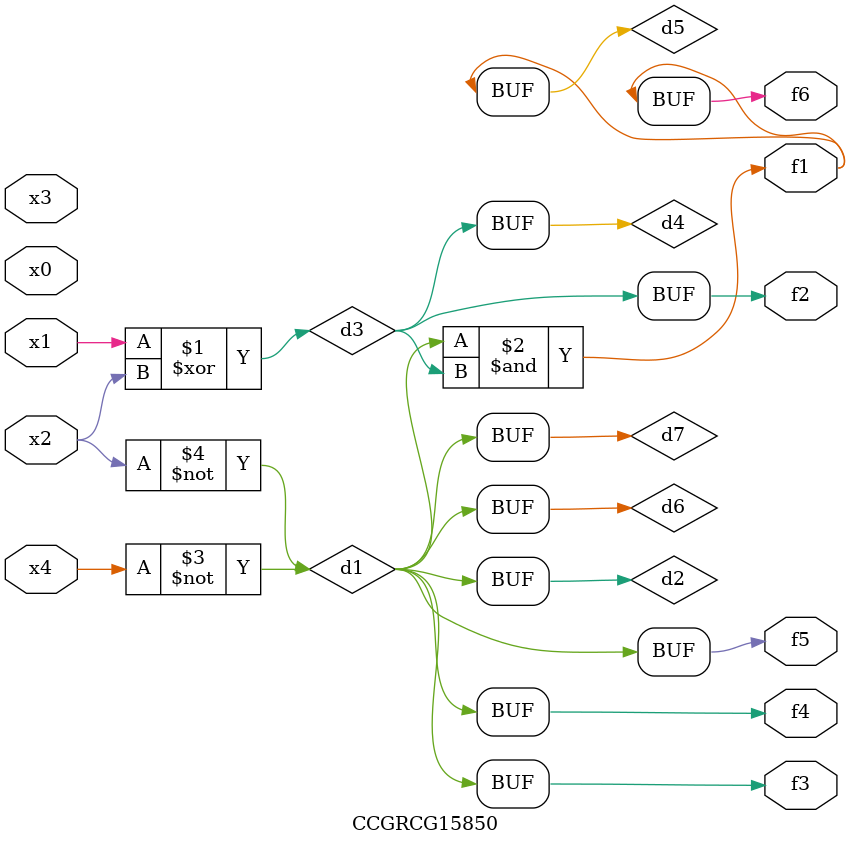
<source format=v>
module CCGRCG15850(
	input x0, x1, x2, x3, x4,
	output f1, f2, f3, f4, f5, f6
);

	wire d1, d2, d3, d4, d5, d6, d7;

	not (d1, x4);
	not (d2, x2);
	xor (d3, x1, x2);
	buf (d4, d3);
	and (d5, d1, d3);
	buf (d6, d1, d2);
	buf (d7, d2);
	assign f1 = d5;
	assign f2 = d4;
	assign f3 = d7;
	assign f4 = d7;
	assign f5 = d7;
	assign f6 = d5;
endmodule

</source>
